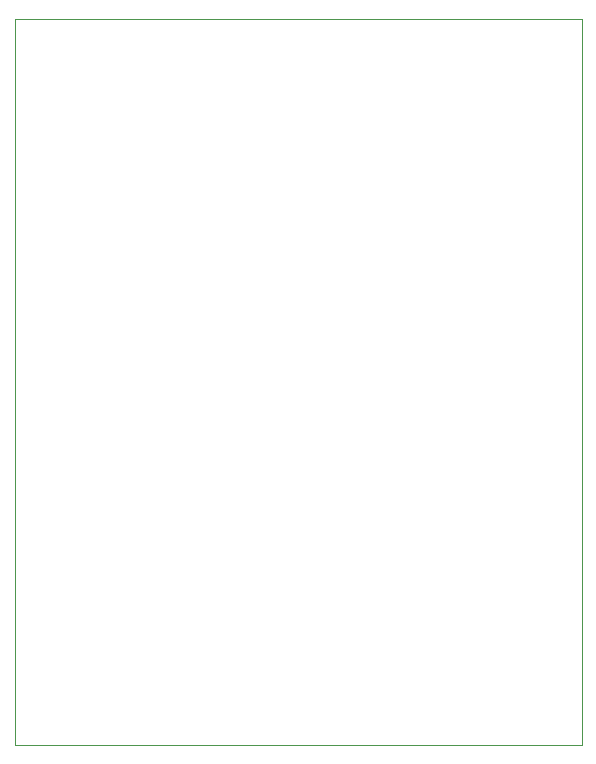
<source format=gbr>
%TF.GenerationSoftware,KiCad,Pcbnew,(5.1.6-0-10_14)*%
%TF.CreationDate,2021-02-05T00:28:22-08:00*%
%TF.ProjectId,version1,76657273-696f-46e3-912e-6b696361645f,rev?*%
%TF.SameCoordinates,Original*%
%TF.FileFunction,Profile,NP*%
%FSLAX46Y46*%
G04 Gerber Fmt 4.6, Leading zero omitted, Abs format (unit mm)*
G04 Created by KiCad (PCBNEW (5.1.6-0-10_14)) date 2021-02-05 00:28:22*
%MOMM*%
%LPD*%
G01*
G04 APERTURE LIST*
%TA.AperFunction,Profile*%
%ADD10C,0.100000*%
%TD*%
G04 APERTURE END LIST*
D10*
X148000000Y-50000000D02*
X100000000Y-50000000D01*
X148000000Y-111500000D02*
X148000000Y-50000000D01*
X100000000Y-111500000D02*
X148000000Y-111500000D01*
X100000000Y-50000000D02*
X100000000Y-111500000D01*
M02*

</source>
